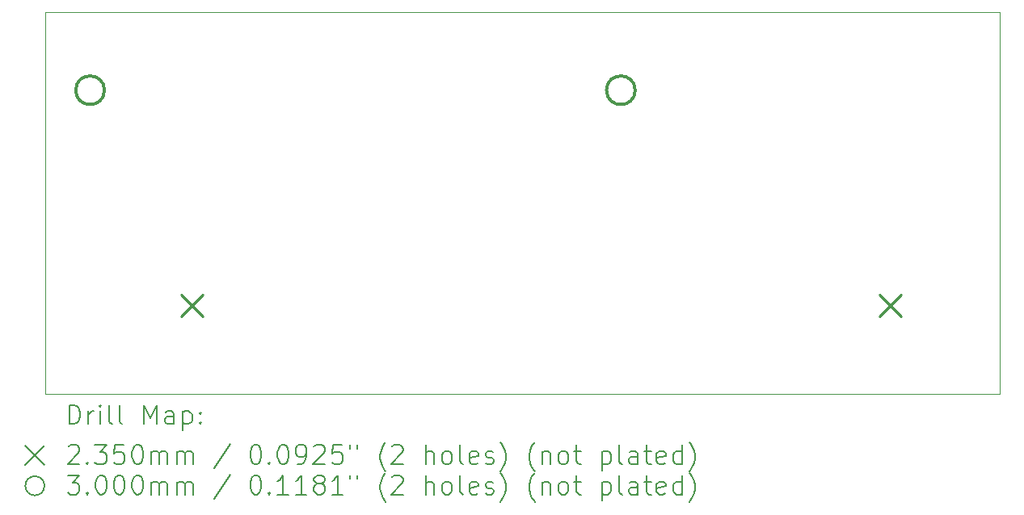
<source format=gbr>
%TF.GenerationSoftware,KiCad,Pcbnew,7.0.10*%
%TF.CreationDate,2024-01-15T21:07:05-07:00*%
%TF.ProjectId,RPI 5 PCIE,52504920-3520-4504-9349-452e6b696361,rev?*%
%TF.SameCoordinates,Original*%
%TF.FileFunction,Drillmap*%
%TF.FilePolarity,Positive*%
%FSLAX45Y45*%
G04 Gerber Fmt 4.5, Leading zero omitted, Abs format (unit mm)*
G04 Created by KiCad (PCBNEW 7.0.10) date 2024-01-15 21:07:05*
%MOMM*%
%LPD*%
G01*
G04 APERTURE LIST*
%ADD10C,0.100000*%
%ADD11C,0.200000*%
%ADD12C,0.235000*%
%ADD13C,0.300000*%
G04 APERTURE END LIST*
D10*
X9996937Y-8500000D02*
X19996937Y-8500000D01*
X19996937Y-12500000D01*
X9996937Y-12500000D01*
X9996937Y-8500000D01*
D11*
D12*
X11419436Y-11457500D02*
X11654436Y-11692500D01*
X11654436Y-11457500D02*
X11419436Y-11692500D01*
X18734437Y-11457500D02*
X18969437Y-11692500D01*
X18969437Y-11457500D02*
X18734437Y-11692500D01*
D13*
X10620000Y-9316000D02*
G75*
G03*
X10320000Y-9316000I-150000J0D01*
G01*
X10320000Y-9316000D02*
G75*
G03*
X10620000Y-9316000I150000J0D01*
G01*
X16180000Y-9316000D02*
G75*
G03*
X15880000Y-9316000I-150000J0D01*
G01*
X15880000Y-9316000D02*
G75*
G03*
X16180000Y-9316000I150000J0D01*
G01*
D11*
X10252713Y-12816484D02*
X10252713Y-12616484D01*
X10252713Y-12616484D02*
X10300332Y-12616484D01*
X10300332Y-12616484D02*
X10328904Y-12626008D01*
X10328904Y-12626008D02*
X10347951Y-12645055D01*
X10347951Y-12645055D02*
X10357475Y-12664103D01*
X10357475Y-12664103D02*
X10366999Y-12702198D01*
X10366999Y-12702198D02*
X10366999Y-12730769D01*
X10366999Y-12730769D02*
X10357475Y-12768865D01*
X10357475Y-12768865D02*
X10347951Y-12787912D01*
X10347951Y-12787912D02*
X10328904Y-12806960D01*
X10328904Y-12806960D02*
X10300332Y-12816484D01*
X10300332Y-12816484D02*
X10252713Y-12816484D01*
X10452713Y-12816484D02*
X10452713Y-12683150D01*
X10452713Y-12721246D02*
X10462237Y-12702198D01*
X10462237Y-12702198D02*
X10471761Y-12692674D01*
X10471761Y-12692674D02*
X10490809Y-12683150D01*
X10490809Y-12683150D02*
X10509856Y-12683150D01*
X10576523Y-12816484D02*
X10576523Y-12683150D01*
X10576523Y-12616484D02*
X10566999Y-12626008D01*
X10566999Y-12626008D02*
X10576523Y-12635531D01*
X10576523Y-12635531D02*
X10586047Y-12626008D01*
X10586047Y-12626008D02*
X10576523Y-12616484D01*
X10576523Y-12616484D02*
X10576523Y-12635531D01*
X10700332Y-12816484D02*
X10681285Y-12806960D01*
X10681285Y-12806960D02*
X10671761Y-12787912D01*
X10671761Y-12787912D02*
X10671761Y-12616484D01*
X10805094Y-12816484D02*
X10786047Y-12806960D01*
X10786047Y-12806960D02*
X10776523Y-12787912D01*
X10776523Y-12787912D02*
X10776523Y-12616484D01*
X11033666Y-12816484D02*
X11033666Y-12616484D01*
X11033666Y-12616484D02*
X11100332Y-12759341D01*
X11100332Y-12759341D02*
X11166999Y-12616484D01*
X11166999Y-12616484D02*
X11166999Y-12816484D01*
X11347951Y-12816484D02*
X11347951Y-12711722D01*
X11347951Y-12711722D02*
X11338428Y-12692674D01*
X11338428Y-12692674D02*
X11319380Y-12683150D01*
X11319380Y-12683150D02*
X11281285Y-12683150D01*
X11281285Y-12683150D02*
X11262237Y-12692674D01*
X11347951Y-12806960D02*
X11328904Y-12816484D01*
X11328904Y-12816484D02*
X11281285Y-12816484D01*
X11281285Y-12816484D02*
X11262237Y-12806960D01*
X11262237Y-12806960D02*
X11252713Y-12787912D01*
X11252713Y-12787912D02*
X11252713Y-12768865D01*
X11252713Y-12768865D02*
X11262237Y-12749817D01*
X11262237Y-12749817D02*
X11281285Y-12740293D01*
X11281285Y-12740293D02*
X11328904Y-12740293D01*
X11328904Y-12740293D02*
X11347951Y-12730769D01*
X11443189Y-12683150D02*
X11443189Y-12883150D01*
X11443189Y-12692674D02*
X11462237Y-12683150D01*
X11462237Y-12683150D02*
X11500332Y-12683150D01*
X11500332Y-12683150D02*
X11519380Y-12692674D01*
X11519380Y-12692674D02*
X11528904Y-12702198D01*
X11528904Y-12702198D02*
X11538428Y-12721246D01*
X11538428Y-12721246D02*
X11538428Y-12778388D01*
X11538428Y-12778388D02*
X11528904Y-12797436D01*
X11528904Y-12797436D02*
X11519380Y-12806960D01*
X11519380Y-12806960D02*
X11500332Y-12816484D01*
X11500332Y-12816484D02*
X11462237Y-12816484D01*
X11462237Y-12816484D02*
X11443189Y-12806960D01*
X11624142Y-12797436D02*
X11633666Y-12806960D01*
X11633666Y-12806960D02*
X11624142Y-12816484D01*
X11624142Y-12816484D02*
X11614618Y-12806960D01*
X11614618Y-12806960D02*
X11624142Y-12797436D01*
X11624142Y-12797436D02*
X11624142Y-12816484D01*
X11624142Y-12692674D02*
X11633666Y-12702198D01*
X11633666Y-12702198D02*
X11624142Y-12711722D01*
X11624142Y-12711722D02*
X11614618Y-12702198D01*
X11614618Y-12702198D02*
X11624142Y-12692674D01*
X11624142Y-12692674D02*
X11624142Y-12711722D01*
X9791937Y-13045000D02*
X9991937Y-13245000D01*
X9991937Y-13045000D02*
X9791937Y-13245000D01*
X10243190Y-13055531D02*
X10252713Y-13046008D01*
X10252713Y-13046008D02*
X10271761Y-13036484D01*
X10271761Y-13036484D02*
X10319380Y-13036484D01*
X10319380Y-13036484D02*
X10338428Y-13046008D01*
X10338428Y-13046008D02*
X10347951Y-13055531D01*
X10347951Y-13055531D02*
X10357475Y-13074579D01*
X10357475Y-13074579D02*
X10357475Y-13093627D01*
X10357475Y-13093627D02*
X10347951Y-13122198D01*
X10347951Y-13122198D02*
X10233666Y-13236484D01*
X10233666Y-13236484D02*
X10357475Y-13236484D01*
X10443190Y-13217436D02*
X10452713Y-13226960D01*
X10452713Y-13226960D02*
X10443190Y-13236484D01*
X10443190Y-13236484D02*
X10433666Y-13226960D01*
X10433666Y-13226960D02*
X10443190Y-13217436D01*
X10443190Y-13217436D02*
X10443190Y-13236484D01*
X10519380Y-13036484D02*
X10643190Y-13036484D01*
X10643190Y-13036484D02*
X10576523Y-13112674D01*
X10576523Y-13112674D02*
X10605094Y-13112674D01*
X10605094Y-13112674D02*
X10624142Y-13122198D01*
X10624142Y-13122198D02*
X10633666Y-13131722D01*
X10633666Y-13131722D02*
X10643190Y-13150769D01*
X10643190Y-13150769D02*
X10643190Y-13198388D01*
X10643190Y-13198388D02*
X10633666Y-13217436D01*
X10633666Y-13217436D02*
X10624142Y-13226960D01*
X10624142Y-13226960D02*
X10605094Y-13236484D01*
X10605094Y-13236484D02*
X10547951Y-13236484D01*
X10547951Y-13236484D02*
X10528904Y-13226960D01*
X10528904Y-13226960D02*
X10519380Y-13217436D01*
X10824142Y-13036484D02*
X10728904Y-13036484D01*
X10728904Y-13036484D02*
X10719380Y-13131722D01*
X10719380Y-13131722D02*
X10728904Y-13122198D01*
X10728904Y-13122198D02*
X10747951Y-13112674D01*
X10747951Y-13112674D02*
X10795571Y-13112674D01*
X10795571Y-13112674D02*
X10814618Y-13122198D01*
X10814618Y-13122198D02*
X10824142Y-13131722D01*
X10824142Y-13131722D02*
X10833666Y-13150769D01*
X10833666Y-13150769D02*
X10833666Y-13198388D01*
X10833666Y-13198388D02*
X10824142Y-13217436D01*
X10824142Y-13217436D02*
X10814618Y-13226960D01*
X10814618Y-13226960D02*
X10795571Y-13236484D01*
X10795571Y-13236484D02*
X10747951Y-13236484D01*
X10747951Y-13236484D02*
X10728904Y-13226960D01*
X10728904Y-13226960D02*
X10719380Y-13217436D01*
X10957475Y-13036484D02*
X10976523Y-13036484D01*
X10976523Y-13036484D02*
X10995571Y-13046008D01*
X10995571Y-13046008D02*
X11005094Y-13055531D01*
X11005094Y-13055531D02*
X11014618Y-13074579D01*
X11014618Y-13074579D02*
X11024142Y-13112674D01*
X11024142Y-13112674D02*
X11024142Y-13160293D01*
X11024142Y-13160293D02*
X11014618Y-13198388D01*
X11014618Y-13198388D02*
X11005094Y-13217436D01*
X11005094Y-13217436D02*
X10995571Y-13226960D01*
X10995571Y-13226960D02*
X10976523Y-13236484D01*
X10976523Y-13236484D02*
X10957475Y-13236484D01*
X10957475Y-13236484D02*
X10938428Y-13226960D01*
X10938428Y-13226960D02*
X10928904Y-13217436D01*
X10928904Y-13217436D02*
X10919380Y-13198388D01*
X10919380Y-13198388D02*
X10909856Y-13160293D01*
X10909856Y-13160293D02*
X10909856Y-13112674D01*
X10909856Y-13112674D02*
X10919380Y-13074579D01*
X10919380Y-13074579D02*
X10928904Y-13055531D01*
X10928904Y-13055531D02*
X10938428Y-13046008D01*
X10938428Y-13046008D02*
X10957475Y-13036484D01*
X11109856Y-13236484D02*
X11109856Y-13103150D01*
X11109856Y-13122198D02*
X11119380Y-13112674D01*
X11119380Y-13112674D02*
X11138428Y-13103150D01*
X11138428Y-13103150D02*
X11166999Y-13103150D01*
X11166999Y-13103150D02*
X11186047Y-13112674D01*
X11186047Y-13112674D02*
X11195570Y-13131722D01*
X11195570Y-13131722D02*
X11195570Y-13236484D01*
X11195570Y-13131722D02*
X11205094Y-13112674D01*
X11205094Y-13112674D02*
X11224142Y-13103150D01*
X11224142Y-13103150D02*
X11252713Y-13103150D01*
X11252713Y-13103150D02*
X11271761Y-13112674D01*
X11271761Y-13112674D02*
X11281285Y-13131722D01*
X11281285Y-13131722D02*
X11281285Y-13236484D01*
X11376523Y-13236484D02*
X11376523Y-13103150D01*
X11376523Y-13122198D02*
X11386047Y-13112674D01*
X11386047Y-13112674D02*
X11405094Y-13103150D01*
X11405094Y-13103150D02*
X11433666Y-13103150D01*
X11433666Y-13103150D02*
X11452713Y-13112674D01*
X11452713Y-13112674D02*
X11462237Y-13131722D01*
X11462237Y-13131722D02*
X11462237Y-13236484D01*
X11462237Y-13131722D02*
X11471761Y-13112674D01*
X11471761Y-13112674D02*
X11490809Y-13103150D01*
X11490809Y-13103150D02*
X11519380Y-13103150D01*
X11519380Y-13103150D02*
X11538428Y-13112674D01*
X11538428Y-13112674D02*
X11547951Y-13131722D01*
X11547951Y-13131722D02*
X11547951Y-13236484D01*
X11938428Y-13026960D02*
X11766999Y-13284103D01*
X12195571Y-13036484D02*
X12214618Y-13036484D01*
X12214618Y-13036484D02*
X12233666Y-13046008D01*
X12233666Y-13046008D02*
X12243190Y-13055531D01*
X12243190Y-13055531D02*
X12252713Y-13074579D01*
X12252713Y-13074579D02*
X12262237Y-13112674D01*
X12262237Y-13112674D02*
X12262237Y-13160293D01*
X12262237Y-13160293D02*
X12252713Y-13198388D01*
X12252713Y-13198388D02*
X12243190Y-13217436D01*
X12243190Y-13217436D02*
X12233666Y-13226960D01*
X12233666Y-13226960D02*
X12214618Y-13236484D01*
X12214618Y-13236484D02*
X12195571Y-13236484D01*
X12195571Y-13236484D02*
X12176523Y-13226960D01*
X12176523Y-13226960D02*
X12166999Y-13217436D01*
X12166999Y-13217436D02*
X12157475Y-13198388D01*
X12157475Y-13198388D02*
X12147952Y-13160293D01*
X12147952Y-13160293D02*
X12147952Y-13112674D01*
X12147952Y-13112674D02*
X12157475Y-13074579D01*
X12157475Y-13074579D02*
X12166999Y-13055531D01*
X12166999Y-13055531D02*
X12176523Y-13046008D01*
X12176523Y-13046008D02*
X12195571Y-13036484D01*
X12347952Y-13217436D02*
X12357475Y-13226960D01*
X12357475Y-13226960D02*
X12347952Y-13236484D01*
X12347952Y-13236484D02*
X12338428Y-13226960D01*
X12338428Y-13226960D02*
X12347952Y-13217436D01*
X12347952Y-13217436D02*
X12347952Y-13236484D01*
X12481285Y-13036484D02*
X12500333Y-13036484D01*
X12500333Y-13036484D02*
X12519380Y-13046008D01*
X12519380Y-13046008D02*
X12528904Y-13055531D01*
X12528904Y-13055531D02*
X12538428Y-13074579D01*
X12538428Y-13074579D02*
X12547952Y-13112674D01*
X12547952Y-13112674D02*
X12547952Y-13160293D01*
X12547952Y-13160293D02*
X12538428Y-13198388D01*
X12538428Y-13198388D02*
X12528904Y-13217436D01*
X12528904Y-13217436D02*
X12519380Y-13226960D01*
X12519380Y-13226960D02*
X12500333Y-13236484D01*
X12500333Y-13236484D02*
X12481285Y-13236484D01*
X12481285Y-13236484D02*
X12462237Y-13226960D01*
X12462237Y-13226960D02*
X12452713Y-13217436D01*
X12452713Y-13217436D02*
X12443190Y-13198388D01*
X12443190Y-13198388D02*
X12433666Y-13160293D01*
X12433666Y-13160293D02*
X12433666Y-13112674D01*
X12433666Y-13112674D02*
X12443190Y-13074579D01*
X12443190Y-13074579D02*
X12452713Y-13055531D01*
X12452713Y-13055531D02*
X12462237Y-13046008D01*
X12462237Y-13046008D02*
X12481285Y-13036484D01*
X12643190Y-13236484D02*
X12681285Y-13236484D01*
X12681285Y-13236484D02*
X12700333Y-13226960D01*
X12700333Y-13226960D02*
X12709856Y-13217436D01*
X12709856Y-13217436D02*
X12728904Y-13188865D01*
X12728904Y-13188865D02*
X12738428Y-13150769D01*
X12738428Y-13150769D02*
X12738428Y-13074579D01*
X12738428Y-13074579D02*
X12728904Y-13055531D01*
X12728904Y-13055531D02*
X12719380Y-13046008D01*
X12719380Y-13046008D02*
X12700333Y-13036484D01*
X12700333Y-13036484D02*
X12662237Y-13036484D01*
X12662237Y-13036484D02*
X12643190Y-13046008D01*
X12643190Y-13046008D02*
X12633666Y-13055531D01*
X12633666Y-13055531D02*
X12624142Y-13074579D01*
X12624142Y-13074579D02*
X12624142Y-13122198D01*
X12624142Y-13122198D02*
X12633666Y-13141246D01*
X12633666Y-13141246D02*
X12643190Y-13150769D01*
X12643190Y-13150769D02*
X12662237Y-13160293D01*
X12662237Y-13160293D02*
X12700333Y-13160293D01*
X12700333Y-13160293D02*
X12719380Y-13150769D01*
X12719380Y-13150769D02*
X12728904Y-13141246D01*
X12728904Y-13141246D02*
X12738428Y-13122198D01*
X12814618Y-13055531D02*
X12824142Y-13046008D01*
X12824142Y-13046008D02*
X12843190Y-13036484D01*
X12843190Y-13036484D02*
X12890809Y-13036484D01*
X12890809Y-13036484D02*
X12909856Y-13046008D01*
X12909856Y-13046008D02*
X12919380Y-13055531D01*
X12919380Y-13055531D02*
X12928904Y-13074579D01*
X12928904Y-13074579D02*
X12928904Y-13093627D01*
X12928904Y-13093627D02*
X12919380Y-13122198D01*
X12919380Y-13122198D02*
X12805094Y-13236484D01*
X12805094Y-13236484D02*
X12928904Y-13236484D01*
X13109856Y-13036484D02*
X13014618Y-13036484D01*
X13014618Y-13036484D02*
X13005094Y-13131722D01*
X13005094Y-13131722D02*
X13014618Y-13122198D01*
X13014618Y-13122198D02*
X13033666Y-13112674D01*
X13033666Y-13112674D02*
X13081285Y-13112674D01*
X13081285Y-13112674D02*
X13100333Y-13122198D01*
X13100333Y-13122198D02*
X13109856Y-13131722D01*
X13109856Y-13131722D02*
X13119380Y-13150769D01*
X13119380Y-13150769D02*
X13119380Y-13198388D01*
X13119380Y-13198388D02*
X13109856Y-13217436D01*
X13109856Y-13217436D02*
X13100333Y-13226960D01*
X13100333Y-13226960D02*
X13081285Y-13236484D01*
X13081285Y-13236484D02*
X13033666Y-13236484D01*
X13033666Y-13236484D02*
X13014618Y-13226960D01*
X13014618Y-13226960D02*
X13005094Y-13217436D01*
X13195571Y-13036484D02*
X13195571Y-13074579D01*
X13271761Y-13036484D02*
X13271761Y-13074579D01*
X13566999Y-13312674D02*
X13557475Y-13303150D01*
X13557475Y-13303150D02*
X13538428Y-13274579D01*
X13538428Y-13274579D02*
X13528904Y-13255531D01*
X13528904Y-13255531D02*
X13519380Y-13226960D01*
X13519380Y-13226960D02*
X13509856Y-13179341D01*
X13509856Y-13179341D02*
X13509856Y-13141246D01*
X13509856Y-13141246D02*
X13519380Y-13093627D01*
X13519380Y-13093627D02*
X13528904Y-13065055D01*
X13528904Y-13065055D02*
X13538428Y-13046008D01*
X13538428Y-13046008D02*
X13557475Y-13017436D01*
X13557475Y-13017436D02*
X13566999Y-13007912D01*
X13633666Y-13055531D02*
X13643190Y-13046008D01*
X13643190Y-13046008D02*
X13662237Y-13036484D01*
X13662237Y-13036484D02*
X13709856Y-13036484D01*
X13709856Y-13036484D02*
X13728904Y-13046008D01*
X13728904Y-13046008D02*
X13738428Y-13055531D01*
X13738428Y-13055531D02*
X13747952Y-13074579D01*
X13747952Y-13074579D02*
X13747952Y-13093627D01*
X13747952Y-13093627D02*
X13738428Y-13122198D01*
X13738428Y-13122198D02*
X13624142Y-13236484D01*
X13624142Y-13236484D02*
X13747952Y-13236484D01*
X13986047Y-13236484D02*
X13986047Y-13036484D01*
X14071761Y-13236484D02*
X14071761Y-13131722D01*
X14071761Y-13131722D02*
X14062237Y-13112674D01*
X14062237Y-13112674D02*
X14043190Y-13103150D01*
X14043190Y-13103150D02*
X14014618Y-13103150D01*
X14014618Y-13103150D02*
X13995571Y-13112674D01*
X13995571Y-13112674D02*
X13986047Y-13122198D01*
X14195571Y-13236484D02*
X14176523Y-13226960D01*
X14176523Y-13226960D02*
X14166999Y-13217436D01*
X14166999Y-13217436D02*
X14157476Y-13198388D01*
X14157476Y-13198388D02*
X14157476Y-13141246D01*
X14157476Y-13141246D02*
X14166999Y-13122198D01*
X14166999Y-13122198D02*
X14176523Y-13112674D01*
X14176523Y-13112674D02*
X14195571Y-13103150D01*
X14195571Y-13103150D02*
X14224142Y-13103150D01*
X14224142Y-13103150D02*
X14243190Y-13112674D01*
X14243190Y-13112674D02*
X14252714Y-13122198D01*
X14252714Y-13122198D02*
X14262237Y-13141246D01*
X14262237Y-13141246D02*
X14262237Y-13198388D01*
X14262237Y-13198388D02*
X14252714Y-13217436D01*
X14252714Y-13217436D02*
X14243190Y-13226960D01*
X14243190Y-13226960D02*
X14224142Y-13236484D01*
X14224142Y-13236484D02*
X14195571Y-13236484D01*
X14376523Y-13236484D02*
X14357476Y-13226960D01*
X14357476Y-13226960D02*
X14347952Y-13207912D01*
X14347952Y-13207912D02*
X14347952Y-13036484D01*
X14528904Y-13226960D02*
X14509857Y-13236484D01*
X14509857Y-13236484D02*
X14471761Y-13236484D01*
X14471761Y-13236484D02*
X14452714Y-13226960D01*
X14452714Y-13226960D02*
X14443190Y-13207912D01*
X14443190Y-13207912D02*
X14443190Y-13131722D01*
X14443190Y-13131722D02*
X14452714Y-13112674D01*
X14452714Y-13112674D02*
X14471761Y-13103150D01*
X14471761Y-13103150D02*
X14509857Y-13103150D01*
X14509857Y-13103150D02*
X14528904Y-13112674D01*
X14528904Y-13112674D02*
X14538428Y-13131722D01*
X14538428Y-13131722D02*
X14538428Y-13150769D01*
X14538428Y-13150769D02*
X14443190Y-13169817D01*
X14614618Y-13226960D02*
X14633666Y-13236484D01*
X14633666Y-13236484D02*
X14671761Y-13236484D01*
X14671761Y-13236484D02*
X14690809Y-13226960D01*
X14690809Y-13226960D02*
X14700333Y-13207912D01*
X14700333Y-13207912D02*
X14700333Y-13198388D01*
X14700333Y-13198388D02*
X14690809Y-13179341D01*
X14690809Y-13179341D02*
X14671761Y-13169817D01*
X14671761Y-13169817D02*
X14643190Y-13169817D01*
X14643190Y-13169817D02*
X14624142Y-13160293D01*
X14624142Y-13160293D02*
X14614618Y-13141246D01*
X14614618Y-13141246D02*
X14614618Y-13131722D01*
X14614618Y-13131722D02*
X14624142Y-13112674D01*
X14624142Y-13112674D02*
X14643190Y-13103150D01*
X14643190Y-13103150D02*
X14671761Y-13103150D01*
X14671761Y-13103150D02*
X14690809Y-13112674D01*
X14766999Y-13312674D02*
X14776523Y-13303150D01*
X14776523Y-13303150D02*
X14795571Y-13274579D01*
X14795571Y-13274579D02*
X14805095Y-13255531D01*
X14805095Y-13255531D02*
X14814618Y-13226960D01*
X14814618Y-13226960D02*
X14824142Y-13179341D01*
X14824142Y-13179341D02*
X14824142Y-13141246D01*
X14824142Y-13141246D02*
X14814618Y-13093627D01*
X14814618Y-13093627D02*
X14805095Y-13065055D01*
X14805095Y-13065055D02*
X14795571Y-13046008D01*
X14795571Y-13046008D02*
X14776523Y-13017436D01*
X14776523Y-13017436D02*
X14766999Y-13007912D01*
X15128904Y-13312674D02*
X15119380Y-13303150D01*
X15119380Y-13303150D02*
X15100333Y-13274579D01*
X15100333Y-13274579D02*
X15090809Y-13255531D01*
X15090809Y-13255531D02*
X15081285Y-13226960D01*
X15081285Y-13226960D02*
X15071761Y-13179341D01*
X15071761Y-13179341D02*
X15071761Y-13141246D01*
X15071761Y-13141246D02*
X15081285Y-13093627D01*
X15081285Y-13093627D02*
X15090809Y-13065055D01*
X15090809Y-13065055D02*
X15100333Y-13046008D01*
X15100333Y-13046008D02*
X15119380Y-13017436D01*
X15119380Y-13017436D02*
X15128904Y-13007912D01*
X15205095Y-13103150D02*
X15205095Y-13236484D01*
X15205095Y-13122198D02*
X15214618Y-13112674D01*
X15214618Y-13112674D02*
X15233666Y-13103150D01*
X15233666Y-13103150D02*
X15262238Y-13103150D01*
X15262238Y-13103150D02*
X15281285Y-13112674D01*
X15281285Y-13112674D02*
X15290809Y-13131722D01*
X15290809Y-13131722D02*
X15290809Y-13236484D01*
X15414618Y-13236484D02*
X15395571Y-13226960D01*
X15395571Y-13226960D02*
X15386047Y-13217436D01*
X15386047Y-13217436D02*
X15376523Y-13198388D01*
X15376523Y-13198388D02*
X15376523Y-13141246D01*
X15376523Y-13141246D02*
X15386047Y-13122198D01*
X15386047Y-13122198D02*
X15395571Y-13112674D01*
X15395571Y-13112674D02*
X15414618Y-13103150D01*
X15414618Y-13103150D02*
X15443190Y-13103150D01*
X15443190Y-13103150D02*
X15462238Y-13112674D01*
X15462238Y-13112674D02*
X15471761Y-13122198D01*
X15471761Y-13122198D02*
X15481285Y-13141246D01*
X15481285Y-13141246D02*
X15481285Y-13198388D01*
X15481285Y-13198388D02*
X15471761Y-13217436D01*
X15471761Y-13217436D02*
X15462238Y-13226960D01*
X15462238Y-13226960D02*
X15443190Y-13236484D01*
X15443190Y-13236484D02*
X15414618Y-13236484D01*
X15538428Y-13103150D02*
X15614618Y-13103150D01*
X15566999Y-13036484D02*
X15566999Y-13207912D01*
X15566999Y-13207912D02*
X15576523Y-13226960D01*
X15576523Y-13226960D02*
X15595571Y-13236484D01*
X15595571Y-13236484D02*
X15614618Y-13236484D01*
X15833666Y-13103150D02*
X15833666Y-13303150D01*
X15833666Y-13112674D02*
X15852714Y-13103150D01*
X15852714Y-13103150D02*
X15890809Y-13103150D01*
X15890809Y-13103150D02*
X15909857Y-13112674D01*
X15909857Y-13112674D02*
X15919380Y-13122198D01*
X15919380Y-13122198D02*
X15928904Y-13141246D01*
X15928904Y-13141246D02*
X15928904Y-13198388D01*
X15928904Y-13198388D02*
X15919380Y-13217436D01*
X15919380Y-13217436D02*
X15909857Y-13226960D01*
X15909857Y-13226960D02*
X15890809Y-13236484D01*
X15890809Y-13236484D02*
X15852714Y-13236484D01*
X15852714Y-13236484D02*
X15833666Y-13226960D01*
X16043190Y-13236484D02*
X16024142Y-13226960D01*
X16024142Y-13226960D02*
X16014619Y-13207912D01*
X16014619Y-13207912D02*
X16014619Y-13036484D01*
X16205095Y-13236484D02*
X16205095Y-13131722D01*
X16205095Y-13131722D02*
X16195571Y-13112674D01*
X16195571Y-13112674D02*
X16176523Y-13103150D01*
X16176523Y-13103150D02*
X16138428Y-13103150D01*
X16138428Y-13103150D02*
X16119380Y-13112674D01*
X16205095Y-13226960D02*
X16186047Y-13236484D01*
X16186047Y-13236484D02*
X16138428Y-13236484D01*
X16138428Y-13236484D02*
X16119380Y-13226960D01*
X16119380Y-13226960D02*
X16109857Y-13207912D01*
X16109857Y-13207912D02*
X16109857Y-13188865D01*
X16109857Y-13188865D02*
X16119380Y-13169817D01*
X16119380Y-13169817D02*
X16138428Y-13160293D01*
X16138428Y-13160293D02*
X16186047Y-13160293D01*
X16186047Y-13160293D02*
X16205095Y-13150769D01*
X16271761Y-13103150D02*
X16347952Y-13103150D01*
X16300333Y-13036484D02*
X16300333Y-13207912D01*
X16300333Y-13207912D02*
X16309857Y-13226960D01*
X16309857Y-13226960D02*
X16328904Y-13236484D01*
X16328904Y-13236484D02*
X16347952Y-13236484D01*
X16490809Y-13226960D02*
X16471761Y-13236484D01*
X16471761Y-13236484D02*
X16433666Y-13236484D01*
X16433666Y-13236484D02*
X16414619Y-13226960D01*
X16414619Y-13226960D02*
X16405095Y-13207912D01*
X16405095Y-13207912D02*
X16405095Y-13131722D01*
X16405095Y-13131722D02*
X16414619Y-13112674D01*
X16414619Y-13112674D02*
X16433666Y-13103150D01*
X16433666Y-13103150D02*
X16471761Y-13103150D01*
X16471761Y-13103150D02*
X16490809Y-13112674D01*
X16490809Y-13112674D02*
X16500333Y-13131722D01*
X16500333Y-13131722D02*
X16500333Y-13150769D01*
X16500333Y-13150769D02*
X16405095Y-13169817D01*
X16671761Y-13236484D02*
X16671761Y-13036484D01*
X16671761Y-13226960D02*
X16652714Y-13236484D01*
X16652714Y-13236484D02*
X16614619Y-13236484D01*
X16614619Y-13236484D02*
X16595571Y-13226960D01*
X16595571Y-13226960D02*
X16586047Y-13217436D01*
X16586047Y-13217436D02*
X16576523Y-13198388D01*
X16576523Y-13198388D02*
X16576523Y-13141246D01*
X16576523Y-13141246D02*
X16586047Y-13122198D01*
X16586047Y-13122198D02*
X16595571Y-13112674D01*
X16595571Y-13112674D02*
X16614619Y-13103150D01*
X16614619Y-13103150D02*
X16652714Y-13103150D01*
X16652714Y-13103150D02*
X16671761Y-13112674D01*
X16747952Y-13312674D02*
X16757476Y-13303150D01*
X16757476Y-13303150D02*
X16776523Y-13274579D01*
X16776523Y-13274579D02*
X16786047Y-13255531D01*
X16786047Y-13255531D02*
X16795571Y-13226960D01*
X16795571Y-13226960D02*
X16805095Y-13179341D01*
X16805095Y-13179341D02*
X16805095Y-13141246D01*
X16805095Y-13141246D02*
X16795571Y-13093627D01*
X16795571Y-13093627D02*
X16786047Y-13065055D01*
X16786047Y-13065055D02*
X16776523Y-13046008D01*
X16776523Y-13046008D02*
X16757476Y-13017436D01*
X16757476Y-13017436D02*
X16747952Y-13007912D01*
X9991937Y-13465000D02*
G75*
G03*
X9791937Y-13465000I-100000J0D01*
G01*
X9791937Y-13465000D02*
G75*
G03*
X9991937Y-13465000I100000J0D01*
G01*
X10233666Y-13356484D02*
X10357475Y-13356484D01*
X10357475Y-13356484D02*
X10290809Y-13432674D01*
X10290809Y-13432674D02*
X10319380Y-13432674D01*
X10319380Y-13432674D02*
X10338428Y-13442198D01*
X10338428Y-13442198D02*
X10347951Y-13451722D01*
X10347951Y-13451722D02*
X10357475Y-13470769D01*
X10357475Y-13470769D02*
X10357475Y-13518388D01*
X10357475Y-13518388D02*
X10347951Y-13537436D01*
X10347951Y-13537436D02*
X10338428Y-13546960D01*
X10338428Y-13546960D02*
X10319380Y-13556484D01*
X10319380Y-13556484D02*
X10262237Y-13556484D01*
X10262237Y-13556484D02*
X10243190Y-13546960D01*
X10243190Y-13546960D02*
X10233666Y-13537436D01*
X10443190Y-13537436D02*
X10452713Y-13546960D01*
X10452713Y-13546960D02*
X10443190Y-13556484D01*
X10443190Y-13556484D02*
X10433666Y-13546960D01*
X10433666Y-13546960D02*
X10443190Y-13537436D01*
X10443190Y-13537436D02*
X10443190Y-13556484D01*
X10576523Y-13356484D02*
X10595571Y-13356484D01*
X10595571Y-13356484D02*
X10614618Y-13366008D01*
X10614618Y-13366008D02*
X10624142Y-13375531D01*
X10624142Y-13375531D02*
X10633666Y-13394579D01*
X10633666Y-13394579D02*
X10643190Y-13432674D01*
X10643190Y-13432674D02*
X10643190Y-13480293D01*
X10643190Y-13480293D02*
X10633666Y-13518388D01*
X10633666Y-13518388D02*
X10624142Y-13537436D01*
X10624142Y-13537436D02*
X10614618Y-13546960D01*
X10614618Y-13546960D02*
X10595571Y-13556484D01*
X10595571Y-13556484D02*
X10576523Y-13556484D01*
X10576523Y-13556484D02*
X10557475Y-13546960D01*
X10557475Y-13546960D02*
X10547951Y-13537436D01*
X10547951Y-13537436D02*
X10538428Y-13518388D01*
X10538428Y-13518388D02*
X10528904Y-13480293D01*
X10528904Y-13480293D02*
X10528904Y-13432674D01*
X10528904Y-13432674D02*
X10538428Y-13394579D01*
X10538428Y-13394579D02*
X10547951Y-13375531D01*
X10547951Y-13375531D02*
X10557475Y-13366008D01*
X10557475Y-13366008D02*
X10576523Y-13356484D01*
X10766999Y-13356484D02*
X10786047Y-13356484D01*
X10786047Y-13356484D02*
X10805094Y-13366008D01*
X10805094Y-13366008D02*
X10814618Y-13375531D01*
X10814618Y-13375531D02*
X10824142Y-13394579D01*
X10824142Y-13394579D02*
X10833666Y-13432674D01*
X10833666Y-13432674D02*
X10833666Y-13480293D01*
X10833666Y-13480293D02*
X10824142Y-13518388D01*
X10824142Y-13518388D02*
X10814618Y-13537436D01*
X10814618Y-13537436D02*
X10805094Y-13546960D01*
X10805094Y-13546960D02*
X10786047Y-13556484D01*
X10786047Y-13556484D02*
X10766999Y-13556484D01*
X10766999Y-13556484D02*
X10747951Y-13546960D01*
X10747951Y-13546960D02*
X10738428Y-13537436D01*
X10738428Y-13537436D02*
X10728904Y-13518388D01*
X10728904Y-13518388D02*
X10719380Y-13480293D01*
X10719380Y-13480293D02*
X10719380Y-13432674D01*
X10719380Y-13432674D02*
X10728904Y-13394579D01*
X10728904Y-13394579D02*
X10738428Y-13375531D01*
X10738428Y-13375531D02*
X10747951Y-13366008D01*
X10747951Y-13366008D02*
X10766999Y-13356484D01*
X10957475Y-13356484D02*
X10976523Y-13356484D01*
X10976523Y-13356484D02*
X10995571Y-13366008D01*
X10995571Y-13366008D02*
X11005094Y-13375531D01*
X11005094Y-13375531D02*
X11014618Y-13394579D01*
X11014618Y-13394579D02*
X11024142Y-13432674D01*
X11024142Y-13432674D02*
X11024142Y-13480293D01*
X11024142Y-13480293D02*
X11014618Y-13518388D01*
X11014618Y-13518388D02*
X11005094Y-13537436D01*
X11005094Y-13537436D02*
X10995571Y-13546960D01*
X10995571Y-13546960D02*
X10976523Y-13556484D01*
X10976523Y-13556484D02*
X10957475Y-13556484D01*
X10957475Y-13556484D02*
X10938428Y-13546960D01*
X10938428Y-13546960D02*
X10928904Y-13537436D01*
X10928904Y-13537436D02*
X10919380Y-13518388D01*
X10919380Y-13518388D02*
X10909856Y-13480293D01*
X10909856Y-13480293D02*
X10909856Y-13432674D01*
X10909856Y-13432674D02*
X10919380Y-13394579D01*
X10919380Y-13394579D02*
X10928904Y-13375531D01*
X10928904Y-13375531D02*
X10938428Y-13366008D01*
X10938428Y-13366008D02*
X10957475Y-13356484D01*
X11109856Y-13556484D02*
X11109856Y-13423150D01*
X11109856Y-13442198D02*
X11119380Y-13432674D01*
X11119380Y-13432674D02*
X11138428Y-13423150D01*
X11138428Y-13423150D02*
X11166999Y-13423150D01*
X11166999Y-13423150D02*
X11186047Y-13432674D01*
X11186047Y-13432674D02*
X11195570Y-13451722D01*
X11195570Y-13451722D02*
X11195570Y-13556484D01*
X11195570Y-13451722D02*
X11205094Y-13432674D01*
X11205094Y-13432674D02*
X11224142Y-13423150D01*
X11224142Y-13423150D02*
X11252713Y-13423150D01*
X11252713Y-13423150D02*
X11271761Y-13432674D01*
X11271761Y-13432674D02*
X11281285Y-13451722D01*
X11281285Y-13451722D02*
X11281285Y-13556484D01*
X11376523Y-13556484D02*
X11376523Y-13423150D01*
X11376523Y-13442198D02*
X11386047Y-13432674D01*
X11386047Y-13432674D02*
X11405094Y-13423150D01*
X11405094Y-13423150D02*
X11433666Y-13423150D01*
X11433666Y-13423150D02*
X11452713Y-13432674D01*
X11452713Y-13432674D02*
X11462237Y-13451722D01*
X11462237Y-13451722D02*
X11462237Y-13556484D01*
X11462237Y-13451722D02*
X11471761Y-13432674D01*
X11471761Y-13432674D02*
X11490809Y-13423150D01*
X11490809Y-13423150D02*
X11519380Y-13423150D01*
X11519380Y-13423150D02*
X11538428Y-13432674D01*
X11538428Y-13432674D02*
X11547951Y-13451722D01*
X11547951Y-13451722D02*
X11547951Y-13556484D01*
X11938428Y-13346960D02*
X11766999Y-13604103D01*
X12195571Y-13356484D02*
X12214618Y-13356484D01*
X12214618Y-13356484D02*
X12233666Y-13366008D01*
X12233666Y-13366008D02*
X12243190Y-13375531D01*
X12243190Y-13375531D02*
X12252713Y-13394579D01*
X12252713Y-13394579D02*
X12262237Y-13432674D01*
X12262237Y-13432674D02*
X12262237Y-13480293D01*
X12262237Y-13480293D02*
X12252713Y-13518388D01*
X12252713Y-13518388D02*
X12243190Y-13537436D01*
X12243190Y-13537436D02*
X12233666Y-13546960D01*
X12233666Y-13546960D02*
X12214618Y-13556484D01*
X12214618Y-13556484D02*
X12195571Y-13556484D01*
X12195571Y-13556484D02*
X12176523Y-13546960D01*
X12176523Y-13546960D02*
X12166999Y-13537436D01*
X12166999Y-13537436D02*
X12157475Y-13518388D01*
X12157475Y-13518388D02*
X12147952Y-13480293D01*
X12147952Y-13480293D02*
X12147952Y-13432674D01*
X12147952Y-13432674D02*
X12157475Y-13394579D01*
X12157475Y-13394579D02*
X12166999Y-13375531D01*
X12166999Y-13375531D02*
X12176523Y-13366008D01*
X12176523Y-13366008D02*
X12195571Y-13356484D01*
X12347952Y-13537436D02*
X12357475Y-13546960D01*
X12357475Y-13546960D02*
X12347952Y-13556484D01*
X12347952Y-13556484D02*
X12338428Y-13546960D01*
X12338428Y-13546960D02*
X12347952Y-13537436D01*
X12347952Y-13537436D02*
X12347952Y-13556484D01*
X12547952Y-13556484D02*
X12433666Y-13556484D01*
X12490809Y-13556484D02*
X12490809Y-13356484D01*
X12490809Y-13356484D02*
X12471761Y-13385055D01*
X12471761Y-13385055D02*
X12452713Y-13404103D01*
X12452713Y-13404103D02*
X12433666Y-13413627D01*
X12738428Y-13556484D02*
X12624142Y-13556484D01*
X12681285Y-13556484D02*
X12681285Y-13356484D01*
X12681285Y-13356484D02*
X12662237Y-13385055D01*
X12662237Y-13385055D02*
X12643190Y-13404103D01*
X12643190Y-13404103D02*
X12624142Y-13413627D01*
X12852713Y-13442198D02*
X12833666Y-13432674D01*
X12833666Y-13432674D02*
X12824142Y-13423150D01*
X12824142Y-13423150D02*
X12814618Y-13404103D01*
X12814618Y-13404103D02*
X12814618Y-13394579D01*
X12814618Y-13394579D02*
X12824142Y-13375531D01*
X12824142Y-13375531D02*
X12833666Y-13366008D01*
X12833666Y-13366008D02*
X12852713Y-13356484D01*
X12852713Y-13356484D02*
X12890809Y-13356484D01*
X12890809Y-13356484D02*
X12909856Y-13366008D01*
X12909856Y-13366008D02*
X12919380Y-13375531D01*
X12919380Y-13375531D02*
X12928904Y-13394579D01*
X12928904Y-13394579D02*
X12928904Y-13404103D01*
X12928904Y-13404103D02*
X12919380Y-13423150D01*
X12919380Y-13423150D02*
X12909856Y-13432674D01*
X12909856Y-13432674D02*
X12890809Y-13442198D01*
X12890809Y-13442198D02*
X12852713Y-13442198D01*
X12852713Y-13442198D02*
X12833666Y-13451722D01*
X12833666Y-13451722D02*
X12824142Y-13461246D01*
X12824142Y-13461246D02*
X12814618Y-13480293D01*
X12814618Y-13480293D02*
X12814618Y-13518388D01*
X12814618Y-13518388D02*
X12824142Y-13537436D01*
X12824142Y-13537436D02*
X12833666Y-13546960D01*
X12833666Y-13546960D02*
X12852713Y-13556484D01*
X12852713Y-13556484D02*
X12890809Y-13556484D01*
X12890809Y-13556484D02*
X12909856Y-13546960D01*
X12909856Y-13546960D02*
X12919380Y-13537436D01*
X12919380Y-13537436D02*
X12928904Y-13518388D01*
X12928904Y-13518388D02*
X12928904Y-13480293D01*
X12928904Y-13480293D02*
X12919380Y-13461246D01*
X12919380Y-13461246D02*
X12909856Y-13451722D01*
X12909856Y-13451722D02*
X12890809Y-13442198D01*
X13119380Y-13556484D02*
X13005094Y-13556484D01*
X13062237Y-13556484D02*
X13062237Y-13356484D01*
X13062237Y-13356484D02*
X13043190Y-13385055D01*
X13043190Y-13385055D02*
X13024142Y-13404103D01*
X13024142Y-13404103D02*
X13005094Y-13413627D01*
X13195571Y-13356484D02*
X13195571Y-13394579D01*
X13271761Y-13356484D02*
X13271761Y-13394579D01*
X13566999Y-13632674D02*
X13557475Y-13623150D01*
X13557475Y-13623150D02*
X13538428Y-13594579D01*
X13538428Y-13594579D02*
X13528904Y-13575531D01*
X13528904Y-13575531D02*
X13519380Y-13546960D01*
X13519380Y-13546960D02*
X13509856Y-13499341D01*
X13509856Y-13499341D02*
X13509856Y-13461246D01*
X13509856Y-13461246D02*
X13519380Y-13413627D01*
X13519380Y-13413627D02*
X13528904Y-13385055D01*
X13528904Y-13385055D02*
X13538428Y-13366008D01*
X13538428Y-13366008D02*
X13557475Y-13337436D01*
X13557475Y-13337436D02*
X13566999Y-13327912D01*
X13633666Y-13375531D02*
X13643190Y-13366008D01*
X13643190Y-13366008D02*
X13662237Y-13356484D01*
X13662237Y-13356484D02*
X13709856Y-13356484D01*
X13709856Y-13356484D02*
X13728904Y-13366008D01*
X13728904Y-13366008D02*
X13738428Y-13375531D01*
X13738428Y-13375531D02*
X13747952Y-13394579D01*
X13747952Y-13394579D02*
X13747952Y-13413627D01*
X13747952Y-13413627D02*
X13738428Y-13442198D01*
X13738428Y-13442198D02*
X13624142Y-13556484D01*
X13624142Y-13556484D02*
X13747952Y-13556484D01*
X13986047Y-13556484D02*
X13986047Y-13356484D01*
X14071761Y-13556484D02*
X14071761Y-13451722D01*
X14071761Y-13451722D02*
X14062237Y-13432674D01*
X14062237Y-13432674D02*
X14043190Y-13423150D01*
X14043190Y-13423150D02*
X14014618Y-13423150D01*
X14014618Y-13423150D02*
X13995571Y-13432674D01*
X13995571Y-13432674D02*
X13986047Y-13442198D01*
X14195571Y-13556484D02*
X14176523Y-13546960D01*
X14176523Y-13546960D02*
X14166999Y-13537436D01*
X14166999Y-13537436D02*
X14157476Y-13518388D01*
X14157476Y-13518388D02*
X14157476Y-13461246D01*
X14157476Y-13461246D02*
X14166999Y-13442198D01*
X14166999Y-13442198D02*
X14176523Y-13432674D01*
X14176523Y-13432674D02*
X14195571Y-13423150D01*
X14195571Y-13423150D02*
X14224142Y-13423150D01*
X14224142Y-13423150D02*
X14243190Y-13432674D01*
X14243190Y-13432674D02*
X14252714Y-13442198D01*
X14252714Y-13442198D02*
X14262237Y-13461246D01*
X14262237Y-13461246D02*
X14262237Y-13518388D01*
X14262237Y-13518388D02*
X14252714Y-13537436D01*
X14252714Y-13537436D02*
X14243190Y-13546960D01*
X14243190Y-13546960D02*
X14224142Y-13556484D01*
X14224142Y-13556484D02*
X14195571Y-13556484D01*
X14376523Y-13556484D02*
X14357476Y-13546960D01*
X14357476Y-13546960D02*
X14347952Y-13527912D01*
X14347952Y-13527912D02*
X14347952Y-13356484D01*
X14528904Y-13546960D02*
X14509857Y-13556484D01*
X14509857Y-13556484D02*
X14471761Y-13556484D01*
X14471761Y-13556484D02*
X14452714Y-13546960D01*
X14452714Y-13546960D02*
X14443190Y-13527912D01*
X14443190Y-13527912D02*
X14443190Y-13451722D01*
X14443190Y-13451722D02*
X14452714Y-13432674D01*
X14452714Y-13432674D02*
X14471761Y-13423150D01*
X14471761Y-13423150D02*
X14509857Y-13423150D01*
X14509857Y-13423150D02*
X14528904Y-13432674D01*
X14528904Y-13432674D02*
X14538428Y-13451722D01*
X14538428Y-13451722D02*
X14538428Y-13470769D01*
X14538428Y-13470769D02*
X14443190Y-13489817D01*
X14614618Y-13546960D02*
X14633666Y-13556484D01*
X14633666Y-13556484D02*
X14671761Y-13556484D01*
X14671761Y-13556484D02*
X14690809Y-13546960D01*
X14690809Y-13546960D02*
X14700333Y-13527912D01*
X14700333Y-13527912D02*
X14700333Y-13518388D01*
X14700333Y-13518388D02*
X14690809Y-13499341D01*
X14690809Y-13499341D02*
X14671761Y-13489817D01*
X14671761Y-13489817D02*
X14643190Y-13489817D01*
X14643190Y-13489817D02*
X14624142Y-13480293D01*
X14624142Y-13480293D02*
X14614618Y-13461246D01*
X14614618Y-13461246D02*
X14614618Y-13451722D01*
X14614618Y-13451722D02*
X14624142Y-13432674D01*
X14624142Y-13432674D02*
X14643190Y-13423150D01*
X14643190Y-13423150D02*
X14671761Y-13423150D01*
X14671761Y-13423150D02*
X14690809Y-13432674D01*
X14766999Y-13632674D02*
X14776523Y-13623150D01*
X14776523Y-13623150D02*
X14795571Y-13594579D01*
X14795571Y-13594579D02*
X14805095Y-13575531D01*
X14805095Y-13575531D02*
X14814618Y-13546960D01*
X14814618Y-13546960D02*
X14824142Y-13499341D01*
X14824142Y-13499341D02*
X14824142Y-13461246D01*
X14824142Y-13461246D02*
X14814618Y-13413627D01*
X14814618Y-13413627D02*
X14805095Y-13385055D01*
X14805095Y-13385055D02*
X14795571Y-13366008D01*
X14795571Y-13366008D02*
X14776523Y-13337436D01*
X14776523Y-13337436D02*
X14766999Y-13327912D01*
X15128904Y-13632674D02*
X15119380Y-13623150D01*
X15119380Y-13623150D02*
X15100333Y-13594579D01*
X15100333Y-13594579D02*
X15090809Y-13575531D01*
X15090809Y-13575531D02*
X15081285Y-13546960D01*
X15081285Y-13546960D02*
X15071761Y-13499341D01*
X15071761Y-13499341D02*
X15071761Y-13461246D01*
X15071761Y-13461246D02*
X15081285Y-13413627D01*
X15081285Y-13413627D02*
X15090809Y-13385055D01*
X15090809Y-13385055D02*
X15100333Y-13366008D01*
X15100333Y-13366008D02*
X15119380Y-13337436D01*
X15119380Y-13337436D02*
X15128904Y-13327912D01*
X15205095Y-13423150D02*
X15205095Y-13556484D01*
X15205095Y-13442198D02*
X15214618Y-13432674D01*
X15214618Y-13432674D02*
X15233666Y-13423150D01*
X15233666Y-13423150D02*
X15262238Y-13423150D01*
X15262238Y-13423150D02*
X15281285Y-13432674D01*
X15281285Y-13432674D02*
X15290809Y-13451722D01*
X15290809Y-13451722D02*
X15290809Y-13556484D01*
X15414618Y-13556484D02*
X15395571Y-13546960D01*
X15395571Y-13546960D02*
X15386047Y-13537436D01*
X15386047Y-13537436D02*
X15376523Y-13518388D01*
X15376523Y-13518388D02*
X15376523Y-13461246D01*
X15376523Y-13461246D02*
X15386047Y-13442198D01*
X15386047Y-13442198D02*
X15395571Y-13432674D01*
X15395571Y-13432674D02*
X15414618Y-13423150D01*
X15414618Y-13423150D02*
X15443190Y-13423150D01*
X15443190Y-13423150D02*
X15462238Y-13432674D01*
X15462238Y-13432674D02*
X15471761Y-13442198D01*
X15471761Y-13442198D02*
X15481285Y-13461246D01*
X15481285Y-13461246D02*
X15481285Y-13518388D01*
X15481285Y-13518388D02*
X15471761Y-13537436D01*
X15471761Y-13537436D02*
X15462238Y-13546960D01*
X15462238Y-13546960D02*
X15443190Y-13556484D01*
X15443190Y-13556484D02*
X15414618Y-13556484D01*
X15538428Y-13423150D02*
X15614618Y-13423150D01*
X15566999Y-13356484D02*
X15566999Y-13527912D01*
X15566999Y-13527912D02*
X15576523Y-13546960D01*
X15576523Y-13546960D02*
X15595571Y-13556484D01*
X15595571Y-13556484D02*
X15614618Y-13556484D01*
X15833666Y-13423150D02*
X15833666Y-13623150D01*
X15833666Y-13432674D02*
X15852714Y-13423150D01*
X15852714Y-13423150D02*
X15890809Y-13423150D01*
X15890809Y-13423150D02*
X15909857Y-13432674D01*
X15909857Y-13432674D02*
X15919380Y-13442198D01*
X15919380Y-13442198D02*
X15928904Y-13461246D01*
X15928904Y-13461246D02*
X15928904Y-13518388D01*
X15928904Y-13518388D02*
X15919380Y-13537436D01*
X15919380Y-13537436D02*
X15909857Y-13546960D01*
X15909857Y-13546960D02*
X15890809Y-13556484D01*
X15890809Y-13556484D02*
X15852714Y-13556484D01*
X15852714Y-13556484D02*
X15833666Y-13546960D01*
X16043190Y-13556484D02*
X16024142Y-13546960D01*
X16024142Y-13546960D02*
X16014619Y-13527912D01*
X16014619Y-13527912D02*
X16014619Y-13356484D01*
X16205095Y-13556484D02*
X16205095Y-13451722D01*
X16205095Y-13451722D02*
X16195571Y-13432674D01*
X16195571Y-13432674D02*
X16176523Y-13423150D01*
X16176523Y-13423150D02*
X16138428Y-13423150D01*
X16138428Y-13423150D02*
X16119380Y-13432674D01*
X16205095Y-13546960D02*
X16186047Y-13556484D01*
X16186047Y-13556484D02*
X16138428Y-13556484D01*
X16138428Y-13556484D02*
X16119380Y-13546960D01*
X16119380Y-13546960D02*
X16109857Y-13527912D01*
X16109857Y-13527912D02*
X16109857Y-13508865D01*
X16109857Y-13508865D02*
X16119380Y-13489817D01*
X16119380Y-13489817D02*
X16138428Y-13480293D01*
X16138428Y-13480293D02*
X16186047Y-13480293D01*
X16186047Y-13480293D02*
X16205095Y-13470769D01*
X16271761Y-13423150D02*
X16347952Y-13423150D01*
X16300333Y-13356484D02*
X16300333Y-13527912D01*
X16300333Y-13527912D02*
X16309857Y-13546960D01*
X16309857Y-13546960D02*
X16328904Y-13556484D01*
X16328904Y-13556484D02*
X16347952Y-13556484D01*
X16490809Y-13546960D02*
X16471761Y-13556484D01*
X16471761Y-13556484D02*
X16433666Y-13556484D01*
X16433666Y-13556484D02*
X16414619Y-13546960D01*
X16414619Y-13546960D02*
X16405095Y-13527912D01*
X16405095Y-13527912D02*
X16405095Y-13451722D01*
X16405095Y-13451722D02*
X16414619Y-13432674D01*
X16414619Y-13432674D02*
X16433666Y-13423150D01*
X16433666Y-13423150D02*
X16471761Y-13423150D01*
X16471761Y-13423150D02*
X16490809Y-13432674D01*
X16490809Y-13432674D02*
X16500333Y-13451722D01*
X16500333Y-13451722D02*
X16500333Y-13470769D01*
X16500333Y-13470769D02*
X16405095Y-13489817D01*
X16671761Y-13556484D02*
X16671761Y-13356484D01*
X16671761Y-13546960D02*
X16652714Y-13556484D01*
X16652714Y-13556484D02*
X16614619Y-13556484D01*
X16614619Y-13556484D02*
X16595571Y-13546960D01*
X16595571Y-13546960D02*
X16586047Y-13537436D01*
X16586047Y-13537436D02*
X16576523Y-13518388D01*
X16576523Y-13518388D02*
X16576523Y-13461246D01*
X16576523Y-13461246D02*
X16586047Y-13442198D01*
X16586047Y-13442198D02*
X16595571Y-13432674D01*
X16595571Y-13432674D02*
X16614619Y-13423150D01*
X16614619Y-13423150D02*
X16652714Y-13423150D01*
X16652714Y-13423150D02*
X16671761Y-13432674D01*
X16747952Y-13632674D02*
X16757476Y-13623150D01*
X16757476Y-13623150D02*
X16776523Y-13594579D01*
X16776523Y-13594579D02*
X16786047Y-13575531D01*
X16786047Y-13575531D02*
X16795571Y-13546960D01*
X16795571Y-13546960D02*
X16805095Y-13499341D01*
X16805095Y-13499341D02*
X16805095Y-13461246D01*
X16805095Y-13461246D02*
X16795571Y-13413627D01*
X16795571Y-13413627D02*
X16786047Y-13385055D01*
X16786047Y-13385055D02*
X16776523Y-13366008D01*
X16776523Y-13366008D02*
X16757476Y-13337436D01*
X16757476Y-13337436D02*
X16747952Y-13327912D01*
M02*

</source>
